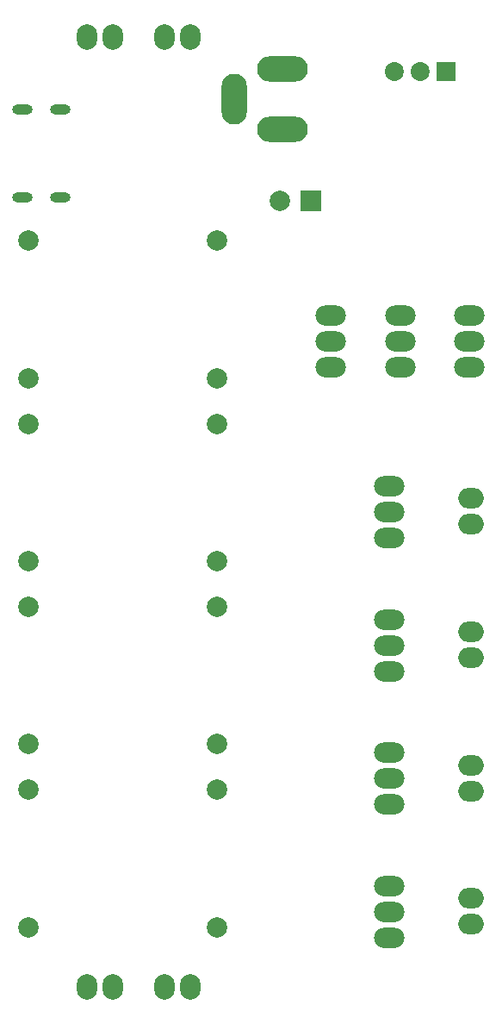
<source format=gbr>
G04*
G04 #@! TF.GenerationSoftware,Altium Limited,Altium Designer,24.2.2 (26)*
G04*
G04 Layer_Color=255*
%FSLAX44Y44*%
%MOMM*%
G71*
G04*
G04 #@! TF.SameCoordinates,BA5435D1-E33E-4BF3-B594-492C3B3FECF4*
G04*
G04*
G04 #@! TF.FilePolarity,Positive*
G04*
G01*
G75*
%ADD40C,1.8600*%
%ADD41R,1.8600X1.8600*%
%ADD42O,2.0000X1.0000*%
%ADD43O,3.0000X2.0000*%
%ADD44O,5.0000X2.5000*%
%ADD45O,2.5000X5.0000*%
%ADD46O,2.0000X2.5000*%
%ADD47C,2.0000*%
%ADD48R,2.0000X2.0000*%
%ADD49O,2.5000X2.0000*%
D40*
X386200Y934000D02*
D03*
X411600D02*
D03*
D41*
X437000D02*
D03*
D42*
X20329Y810800D02*
D03*
Y897200D02*
D03*
X58329Y810800D02*
D03*
Y897200D02*
D03*
D43*
X392000Y694800D02*
D03*
Y669400D02*
D03*
Y644000D02*
D03*
X381000Y475932D02*
D03*
Y501332D02*
D03*
Y526732D02*
D03*
X460000Y694800D02*
D03*
Y669400D02*
D03*
Y644000D02*
D03*
X324000Y694800D02*
D03*
Y669400D02*
D03*
Y644000D02*
D03*
X381000Y83412D02*
D03*
Y108812D02*
D03*
Y134212D02*
D03*
Y214252D02*
D03*
Y239652D02*
D03*
Y265052D02*
D03*
Y345092D02*
D03*
Y370492D02*
D03*
Y395892D02*
D03*
D44*
X276000Y877449D02*
D03*
Y937000D02*
D03*
D45*
X229100Y907039D02*
D03*
D46*
X160600Y968000D02*
D03*
X186000D02*
D03*
X109444Y35000D02*
D03*
X84044D02*
D03*
X186000D02*
D03*
X160600D02*
D03*
X84044Y968000D02*
D03*
X109444D02*
D03*
D47*
X27000Y93642D02*
D03*
Y228641D02*
D03*
X212000D02*
D03*
Y93642D02*
D03*
Y273428D02*
D03*
Y408428D02*
D03*
X27000D02*
D03*
Y273428D02*
D03*
X212000Y453214D02*
D03*
Y588214D02*
D03*
X27000D02*
D03*
Y453214D02*
D03*
X274000Y807000D02*
D03*
X212000Y632999D02*
D03*
Y768000D02*
D03*
X27000D02*
D03*
Y632999D02*
D03*
D48*
X304000Y807000D02*
D03*
D49*
X461500Y252920D02*
D03*
Y227520D02*
D03*
Y383760D02*
D03*
Y358360D02*
D03*
Y489200D02*
D03*
Y514600D02*
D03*
Y96680D02*
D03*
Y122080D02*
D03*
M02*

</source>
